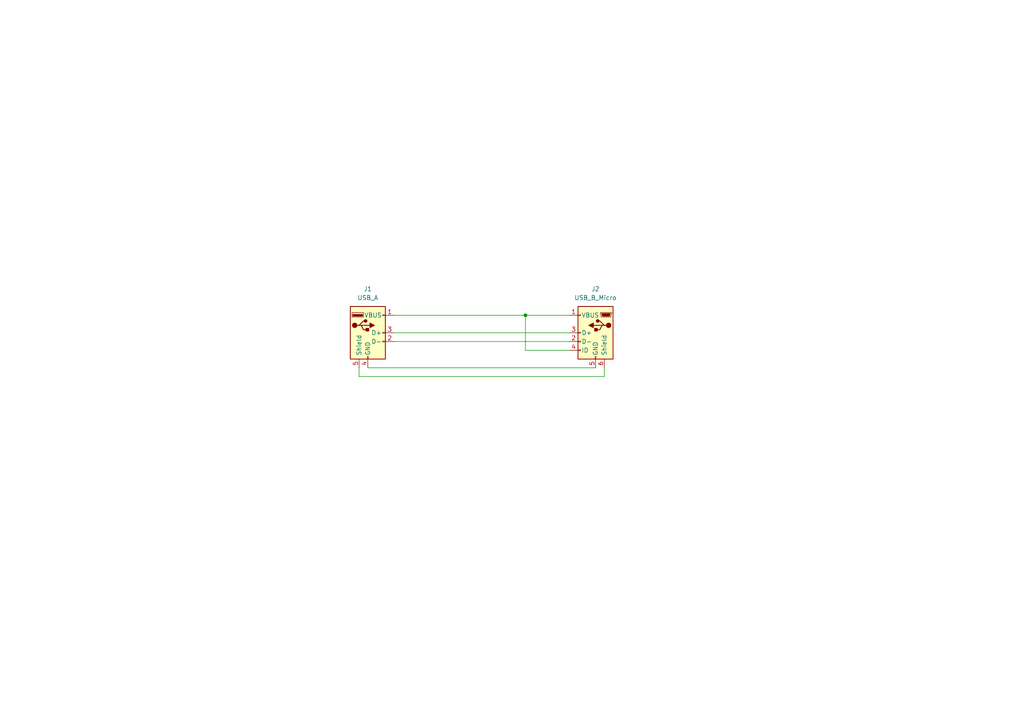
<source format=kicad_sch>
(kicad_sch (version 20250114) (generator "eeschema") (generator_version "9.0")
  (paper "A4")
  (lib_symbols
    (symbol "Connector:USB_A" (pin_names (offset 1.016))
      (property "Reference" "J" (at -5.08 11.43 0))
      (property "Value" "USB_A" (at -5.08 8.89 0))
      (symbol "USB_A_0_1"
        (rectangle (start -5.08 -7.62) (end 5.08 7.62) (stroke (width 0.254)) (fill (type background)))
        (circle (center -3.81 2.159) (radius 0.635) (stroke (width 0.254)) (fill (type outline)))
        (polyline (pts (xy -3.175 2.159) (xy -2.54 2.159) (xy -1.27 3.429) (xy -0.635 3.429)) (stroke (width 0.254)))
        (polyline (pts (xy -2.54 2.159) (xy -1.905 2.159) (xy -1.27 0.889) (xy 0 0.889)) (stroke (width 0.254)))
        (rectangle (start -1.524 4.826) (end -4.318 5.334) (fill (type outline)))
        (rectangle (start -1.27 4.572) (end -4.572 5.842))
        (circle (center -0.635 3.429) (radius 0.381) (stroke (width 0.254)) (fill (type outline)))
        (rectangle (start -0.127 -7.62) (end 0.127 -6.858))
        (rectangle (start 0.254 1.27) (end -0.508 0.508) (stroke (width 0.254)) (fill (type outline)))
        (polyline (pts (xy 0.635 2.794) (xy 0.635 1.524) (xy 1.905 2.159) (xy 0.635 2.794)) (stroke (width 0.254)) (fill (type outline)))
        (rectangle (start 5.08 4.953) (end 4.318 5.207))
        (rectangle (start 5.08 -0.127) (end 4.318 0.127))
        (rectangle (start 5.08 -2.667) (end 4.318 -2.413))
      )
      (symbol "USB_A_1_1"
        (polyline (pts (xy -1.905 2.159) (xy 0.635 2.159)) (stroke (width 0.254)))
        (pin passive line (at -2.54 -10.16 90) (length 2.54) (name "Shield") (number "5"))
        (pin power_in line (at 0 -10.16 90) (length 2.54) (name "GND") (number "4"))
        (pin power_in line (at 7.62 5.08 180) (length 2.54) (name "VBUS") (number "1"))
        (pin bidirectional line (at 7.62 0 180) (length 2.54) (name "D+") (number "3"))
        (pin bidirectional line (at 7.62 -2.54 180) (length 2.54) (name "D-") (number "2"))
      )
    )
    (symbol "Connector:USB_B_Micro" (pin_names (offset 1.016))
      (property "Reference" "J" (at -5.08 11.43 0))
      (property "Value" "USB_B_Micro" (at -5.08 8.89 0))
      (symbol "USB_B_Micro_0_1"
        (rectangle (start -5.08 -7.62) (end 5.08 7.62) (stroke (width 0.254)) (fill (type background)))
        (polyline (pts (xy -4.699 5.842) (xy -4.699 5.588) (xy -4.445 4.826) (xy -4.445 4.572) (xy -1.651 4.572) (xy -1.651 4.826) (xy -1.397 5.588) (xy -1.397 5.842) (xy -4.699 5.842)))
        (polyline (pts (xy -4.318 5.588) (xy -1.778 5.588) (xy -2.032 4.826) (xy -4.064 4.826) (xy -4.318 5.588)) (fill (type outline)))
        (circle (center -3.81 2.159) (radius 0.635) (stroke (width 0.254)) (fill (type outline)))
        (polyline (pts (xy -3.175 2.159) (xy -2.54 2.159) (xy -1.27 3.429) (xy -0.635 3.429)) (stroke (width 0.254)))
        (polyline (pts (xy -2.54 2.159) (xy -1.905 2.159) (xy -1.27 0.889) (xy 0 0.889)) (stroke (width 0.254)))
        (polyline (pts (xy -1.905 2.159) (xy 0.635 2.159)) (stroke (width 0.254)))
        (circle (center -0.635 3.429) (radius 0.381) (stroke (width 0.254)) (fill (type outline)))
        (rectangle (start -0.127 -7.62) (end 0.127 -6.858))
        (rectangle (start 0.254 1.27) (end -0.508 0.508) (stroke (width 0.254)) (fill (type outline)))
        (polyline (pts (xy 0.635 2.794) (xy 0.635 1.524) (xy 1.905 2.159) (xy 0.635 2.794)) (stroke (width 0.254)) (fill (type outline)))
        (rectangle (start 5.08 4.953) (end 4.318 5.207))
        (rectangle (start 5.08 -0.127) (end 4.318 0.127))
        (rectangle (start 5.08 -2.667) (end 4.318 -2.413))
        (rectangle (start 5.08 -5.207) (end 4.318 -4.953))
      )
      (symbol "USB_B_Micro_1_1"
        (pin passive line (at -2.54 -10.16 90) (length 2.54) (name "Shield") (number "6"))
        (pin power_out line (at 0 -10.16 90) (length 2.54) (name "GND") (number "5"))
        (pin power_out line (at 7.62 5.08 180) (length 2.54) (name "VBUS") (number "1"))
        (pin bidirectional line (at 7.62 0 180) (length 2.54) (name "D+") (number "3"))
        (pin bidirectional line (at 7.62 -2.54 180) (length 2.54) (name "D-") (number "2"))
        (pin passive line (at 7.62 -5.08 180) (length 2.54) (name "ID") (number "4"))
      )
    )
  )
  (junction (at 152.4 91.44))
  (wire (pts (xy 152.4 91.44) (xy 165.1 91.44)))
  (wire (pts (xy 104.14 106.68) (xy 104.14 109.22)))
  (wire (pts (xy 114.3 91.44) (xy 152.4 91.44)))
  (wire (pts (xy 106.68 106.68) (xy 172.72 106.68)))
  (wire (pts (xy 152.4 101.6) (xy 152.4 91.44)))
  (wire (pts (xy 114.3 99.06) (xy 165.1 99.06)))
  (wire (pts (xy 114.3 96.52) (xy 165.1 96.52)))
  (wire (pts (xy 175.26 106.68) (xy 175.26 109.22)))
  (wire (pts (xy 165.1 101.6) (xy 152.4 101.6)))
  (wire (pts (xy 104.14 109.22) (xy 175.26 109.22)))
  (symbol (lib_id "Connector:USB_A") (at 106.68 96.52 0) (unit 1)
    (property "Reference" "J1" (at 106.68 83.82 0))
    (property "Value" "USB_A" (at 106.68 86.36 0))
    (property "Description" "USB Type A connector" (effects (hide yes)))
  )
  (symbol (lib_id "Connector:USB_B_Micro") (at 172.72 96.52 0) (mirror y) (unit 1)
    (property "Reference" "J2" (at 172.72 83.82 0))
    (property "Value" "USB_B_Micro" (at 172.72 86.36 0))
    (property "Description" "USB Micro Type B connector" (effects (hide yes)))
  )
)
</source>
